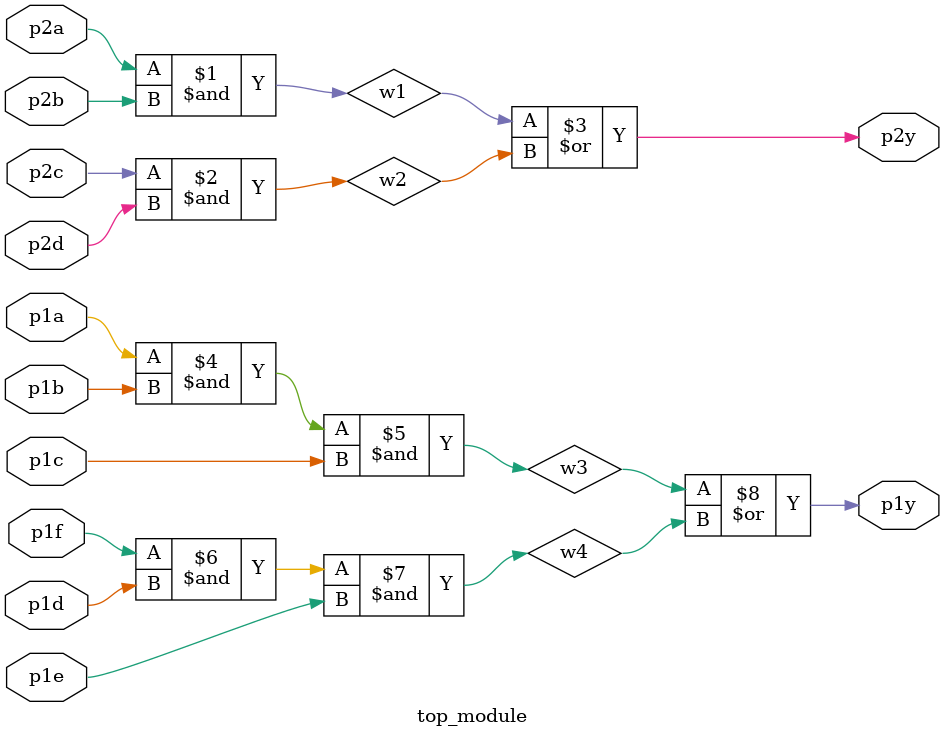
<source format=v>

module top_module ( 
    input p1a, p1b, p1c, p1d, p1e, p1f,
    output p1y,
    input p2a, p2b, p2c, p2d,
    output p2y );
    wire w1,w2,w3,w4;
    assign w1=p2a&p2b,w2=p2c&p2d,p2y=w1|w2;
    assign w3=p1a&p1b&p1c, w4=p1f&p1d&p1e, p1y=w3|w4;
endmodule

</source>
